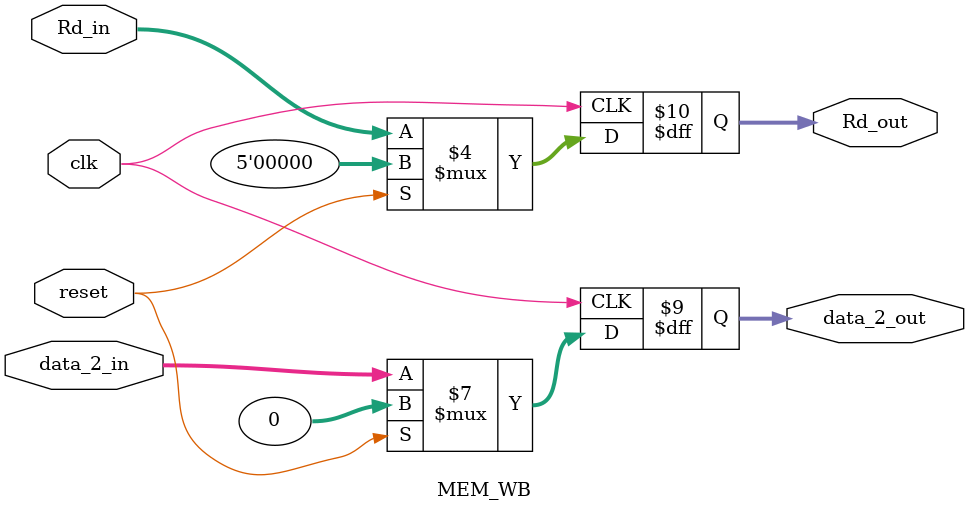
<source format=v>
module MEM_WB (
	input wire clk,
	input wire reset,
	input wire [31:0] data_2_in,
	input wire [4:0] 	Rd_in,
	output reg [31:0] data_2_out,
	output reg [4:0] 	Rd_out);
	
	always @(posedge clk) begin
		if (reset == 1'b1) begin
			data_2_out = 0;
			Rd_out = 0;
		end else begin
			data_2_out = data_2_in;
			Rd_out = Rd_in;
		end
	end
endmodule 
</source>
